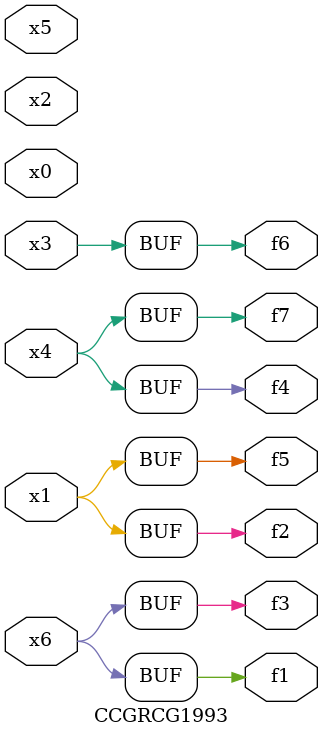
<source format=v>
module CCGRCG1993(
	input x0, x1, x2, x3, x4, x5, x6,
	output f1, f2, f3, f4, f5, f6, f7
);
	assign f1 = x6;
	assign f2 = x1;
	assign f3 = x6;
	assign f4 = x4;
	assign f5 = x1;
	assign f6 = x3;
	assign f7 = x4;
endmodule

</source>
